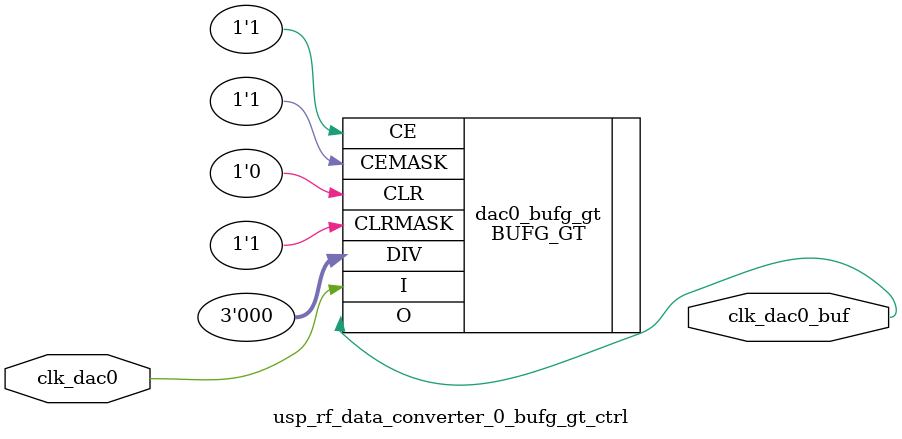
<source format=v>

`timescale 1ns / 1ps

(* DowngradeIPIdentifiedWarnings="yes" *)
module usp_rf_data_converter_0_bufg_gt_ctrl (
  // DAC Fabric Feedback Clock for Tile 0
  input    clk_dac0,
  output   clk_dac0_buf
      
);

  BUFG_GT dac0_bufg_gt
  (
    .I       (clk_dac0),
    .CE      (1'b1),
    .CEMASK  (1'b1),
    .CLR     (1'b0),
    .CLRMASK (1'b1),
    .DIV     (3'b000),
    .O       (clk_dac0_buf)
  );  

 
endmodule

</source>
